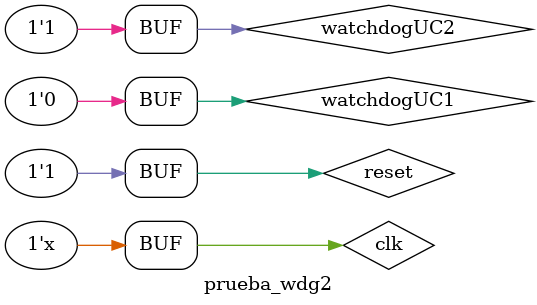
<source format=v>
`timescale 1ns / 1ps


module prueba_wdg2;

	// Inputs
	reg clk;
	reg reset;
	reg watchdogUC1;
	reg watchdogUC2;

	// Outputs
	wire resetUC1;
	wire resetUC2;
	wire selectedProcessor;

	// Instantiate the Unit Under Test (UUT)
	instancia uut (
		.clk(clk), 
		.reset(reset), 
		.watchdogUC1(watchdogUC1), 
		.watchdogUC2(watchdogUC2), 
		.resetUC1(resetUC1), 
		.resetUC2(resetUC2), 
		.selectedProcessor(selectedProcessor)
	);


	initial begin
		// Initialize Inputs
		clk = 0;
		reset = 0;
		watchdogUC1 = 0;
		watchdogUC2 = 0;
		
		// Wait 100 ns for global reset to finish
		#100;
      reset = 1; 
		// Add stimulus here
		#100;
		watchdogUC1 = !watchdogUC1;
		watchdogUC2 = 0;
		#100;
		watchdogUC1 = !watchdogUC1;
		watchdogUC2 = 0;
		#100;
		watchdogUC1 = !watchdogUC1;
		watchdogUC2 = 0;
		#100;
		watchdogUC1 = !watchdogUC1;
		watchdogUC2 = 0;
		#100;
		watchdogUC1 = !watchdogUC1;
		watchdogUC2 = 0;
		#100;
		watchdogUC1 = !watchdogUC1;
		watchdogUC2 = 0;
		#100;
		watchdogUC1 = !watchdogUC1;
		watchdogUC2 = 0;
		#100;
		watchdogUC1 = !watchdogUC1;
		watchdogUC2 = 0;
		#100;
		watchdogUC1 = !watchdogUC1;
		watchdogUC2 = 0;
		#100;
		watchdogUC1 = !watchdogUC1;
		watchdogUC2 = 0;
		#100;
		watchdogUC1 = !watchdogUC1;
		watchdogUC2 = 0;
		#100;
		watchdogUC1 = !watchdogUC1;
		watchdogUC2 = 0;
		#100;
		watchdogUC1 = !watchdogUC1;
		watchdogUC2 = 0;
		#100;
		watchdogUC1 = 0;
		watchdogUC2 = !watchdogUC2;
		#100;
		watchdogUC1 = 0;
		watchdogUC2 = !watchdogUC2;
		#100;
		watchdogUC1 = 0;
		watchdogUC2 = !watchdogUC2;
		#100;
		watchdogUC1 = 0;
		watchdogUC2 = !watchdogUC2;
		#100;
		watchdogUC1 = 0;
		watchdogUC2 = !watchdogUC2;
		#100;
		watchdogUC1 = 0;
		watchdogUC2 = !watchdogUC2;
		#100;
		watchdogUC1 = 0;
		watchdogUC2 = !watchdogUC2;
		#100;
		watchdogUC1 = 0;
		watchdogUC2 = !watchdogUC2;
		#100;
		watchdogUC1 = 0;
		watchdogUC2 = !watchdogUC2;
		#100;
		watchdogUC1 = 0;
		watchdogUC2 = !watchdogUC2;
		#100;
		watchdogUC1 = 0;
		watchdogUC2 = !watchdogUC2;
		
		end
		always begin
      #10  clk =  ! clk;
		
		end
      
endmodule


</source>
